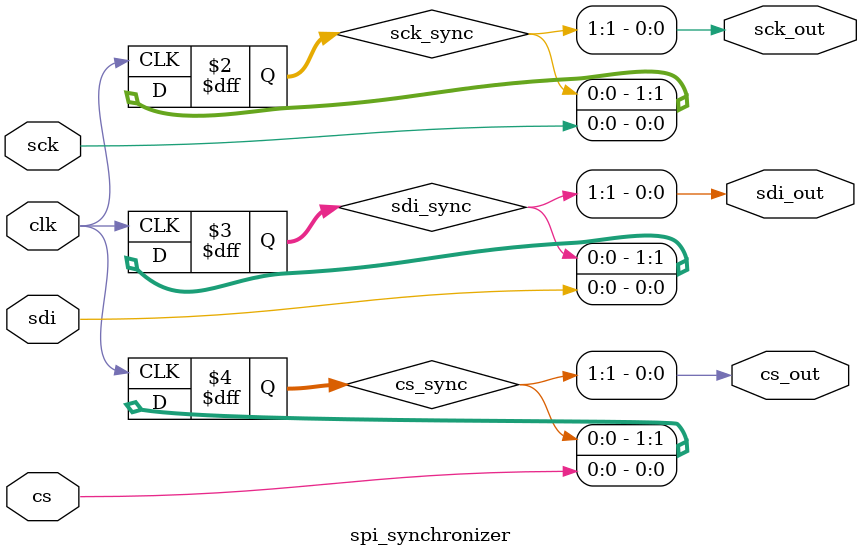
<source format=v>

`default_nettype none

module spi_synchronizer(
  input clk,
  input sck, sdi, cs,
  output sck_out, sdi_out, cs_out
);

    parameter integer SYNC_STAGES = 2;
    parameter integer SYNC_MSB = SYNC_STAGES - 1;

    reg [SYNC_MSB:0] sck_sync;
    reg [SYNC_MSB:0] sdi_sync;
    reg [SYNC_MSB:0] cs_sync;

    assign sck_out = sck_sync[SYNC_MSB];
    assign sdi_out = sdi_sync[SYNC_MSB];
    assign cs_out  =  cs_sync[SYNC_MSB];

    // Core synchronizer.
    always @(posedge clk)
    begin
        sck_sync = {sck_sync[SYNC_MSB - 1 : 0], sck};
        sdi_sync = {sdi_sync[SYNC_MSB - 1 : 0], sdi};
        cs_sync =  { cs_sync[SYNC_MSB - 1 : 0], cs};
    end

endmodule

</source>
